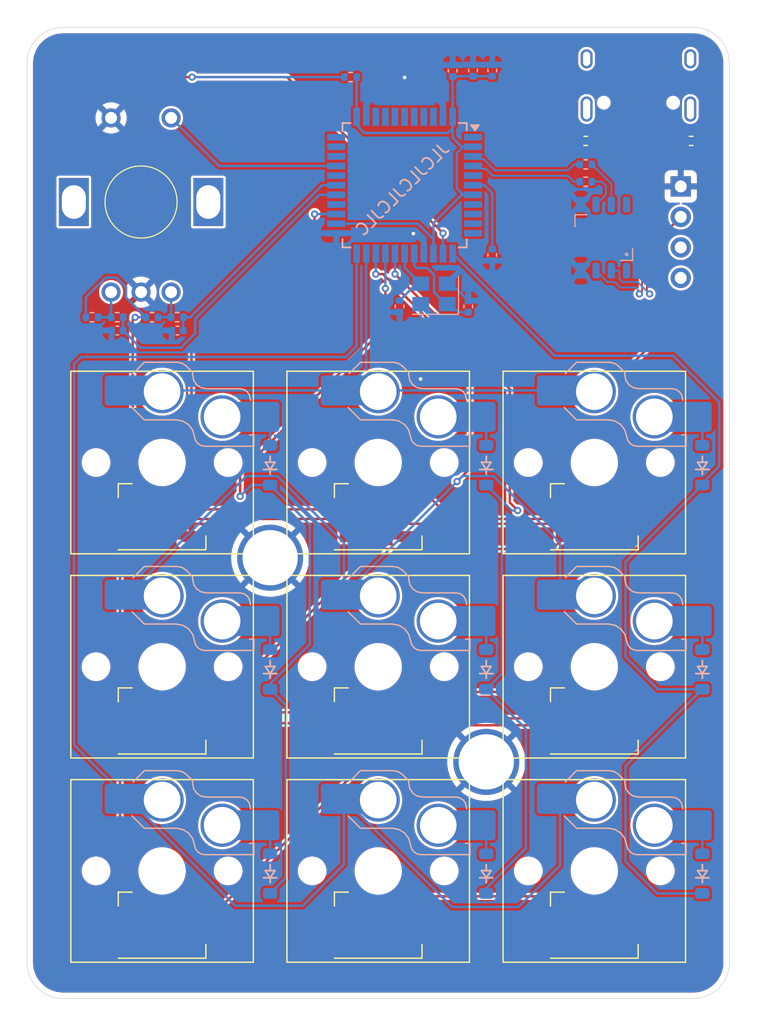
<source format=kicad_pcb>
(kicad_pcb (version 20240108) (generator "pcbnew") (generator_version "8.0")
  (layers (0 "F.Cu" signal) (31 "B.Cu" signal) (34 "B.Paste" user) (35 "F.Paste" user) (36 "B.SilkS" user "B.Silkscreen") (37 "F.SilkS" user "F.Silkscreen") (38 "B.Mask" user) (39 "F.Mask" user) (44 "Edge.Cuts" user))
  (net 0 "")
  (net 1 "VBUS")
  (net 2 "Row 0")
  (net 3 "Net-(D1-A)")
  (net 4 "Row 1")
  (net 5 "Net-(D2-A)")
  (net 6 "Row 2")
  (net 7 "Net-(D3-A)")
  (net 8 "Net-(D4-A)")
  (net 9 "Net-(D5-A)")
  (net 10 "Net-(D6-A)")
  (net 11 "Net-(D7-A)")
  (net 12 "Net-(D8-A)")
  (net 13 "Net-(D9-A)")
  (net 14 "+5V")
  (net 15 "LED Input")
  (net 16 "Net-(D10-DOUT)")
  (net 17 "Net-(D11-DOUT)")
  (net 18 "Net-(D12-DOUT)")
  (net 19 "Net-(D13-DOUT)")
  (net 20 "Net-(D14-DOUT)")
  (net 21 "Net-(D15-DOUT)")
  (net 22 "Net-(D16-DOUT)")
  (net 23 "Net-(D17-DOUT)")
  (net 25 "/USB_D-")
  (net 32 "Net-(J1-CC1)")
  (net 33 "/USB_D+")
  (net 34 "Net-(J1-CC2)")
  (net 35 "Display SDA")
  (net 36 "Display SCL")
  (net 37 "D+")
  (net 38 "D-")
  (net 39 "Net-(R6-Pad2)")
  (net 40 "Net-(R10-Pad2)")
  (net 41 "Column 0")
  (net 42 "Column 1")
  (net 43 "Column 2")
  (net 44 "RE Switch")
  (net 45 "GND")
  (net 46 "Net-(U3-UCAP)")
  (net 47 "Net-(U3-XTAL1)")
  (net 48 "Net-(U3-XTAL2)")
  (net 49 "Net-(U3-~{RESET})")
  (net 50 "/Port_Protector_D+")
  (net 51 "/Port_Protector_D-")
  (net 67 "RE A")
  (net 68 "RE B")
  (footprint "ScottoKeebs_Hotswap:Hotswap_Choc_V1_Plated_1.00u" (layer "F.Cu") (at 124.15 83.7)
    (property "Reference" "S1" (hide yes))
    (property "Value" "Keyswitch")
  )
  (footprint "ScottoKeebs_Hotswap:Hotswap_Choc_V1_Plated_1.00u" (layer "F.Cu") (at 160.15 83.7)
    (property "Reference" "S3" (hide yes))
    (property "Value" "Keyswitch")
  )
  (footprint "ScottoKeebs_Components:LED_WS2812B" (layer "F.Cu") (at 160.15 88.215625)
    (property "Reference" "D12" (hide yes))
    (property "Value" "WS2812B")
  )
  (footprint "Button_Switch_SMD:SW_Tactile_TSB008A2530A" (layer "F.Cu") (at 120.15 55.6125)
    (property "Reference" "SW1" (hide yes))
    (property "Value" "SW_Push")
  )
  (footprint "ScottoKeebs_Hotswap:Hotswap_Choc_V1_Plated_1.00u" (layer "F.Cu") (at 142.15 83.7)
    (property "Reference" "S2" (hide yes))
    (property "Value" "Keyswitch")
  )
  (footprint "Rotary_Encoder:RotaryEncoder_Bourns_PEC11R-4xxxF-Sxxxx" (layer "F.Cu") (at 122.4 72.5125)
    (property "Reference" "SW2" (hide yes))
    (property "Value" "RotaryEncoder_Switch")
  )
  (footprint "MountingHole:MountingHole_4.6mm" (layer "F.Cu") (at 151.15 113.795)
    (property "Reference" "H2" (hide yes))
    (property "Value" "MountingHole_Pad" (hide yes))
  )
  (footprint "ScottoKeebs_Components:LED_WS2812B" (layer "F.Cu") (at 124.15 122.215625)
    (property "Reference" "D16" (hide yes))
    (property "Value" "WS2812B")
  )
  (footprint "MountingHole:MountingHole_4.6mm" (layer "F.Cu") (at 133.15 96.795)
    (property "Reference" "H1" (hide yes))
    (property "Value" "MountingHole_Pad" (hide yes))
  )
  (footprint "ScottoKeebs_Hotswap:Hotswap_Choc_V1_Plated_1.00u" (layer "F.Cu") (at 142.15 117.7)
    (property "Reference" "S8" (hide yes))
    (property "Value" "Keyswitch")
  )
  (footprint "Resistor_SMD:R_0402_1005Metric" (layer "F.Cu") (at 168.22 56.925)
    (property "Reference" "R4" (hide yes))
    (property "Value" "5k1")
  )
  (footprint "ScottoKeebs_Hotswap:Hotswap_Choc_V1_Plated_1.00u" (layer "F.Cu") (at 160.15 117.7)
    (property "Reference" "S9" (hide yes))
    (property "Value" "Keyswitch")
  )
  (footprint "Resistor_SMD:R_0402_1005Metric" (layer "F.Cu") (at 159.44 56.925 180)
    (property "Reference" "R5" (hide yes))
    (property "Value" "5k1")
  )
  (footprint "ScottoKeebs_Components:USB_C_HRO_TYPE-C-31-M-12" (layer "F.Cu") (at 163.83 51.1425 180)
    (property "Reference" "J1" (hide yes))
    (property "Value" "USB_C_Receptacle_USB2.0_16P")
  )
  (footprint "ScottoKeebs_Components:LED_WS2812B" (layer "F.Cu") (at 142.15 105.215625)
    (property "Reference" "D14" (hide yes))
    (property "Value" "WS2812B")
  )
  (footprint "Display:SSD1306_LCD_Display_128x32" (layer "F.Cu") (at 150.19 73.2625)
    (property "Reference" "J2" (hide yes))
    (property "Value" "Display")
  )
  (footprint "ScottoKeebs_Hotswap:Hotswap_Choc_V1_Plated_1.00u" (layer "F.Cu") (at 142.15 100.7)
    (property "Reference" "S5" (hide yes))
    (property "Value" "Keyswitch")
  )
  (footprint "ScottoKeebs_Components:LED_WS2812B" (layer "F.Cu") (at 142.15 122.215625)
    (property "Reference" "D17" (hide yes))
    (property "Value" "WS2812B")
  )
  (footprint "ScottoKeebs_Hotswap:Hotswap_Choc_V1_Plated_1.00u" (layer "F.Cu") (at 124.15 100.7)
    (property "Reference" "S4" (hide yes))
    (property "Value" "Keyswitch")
  )
  (footprint "ScottoKeebs_Components:LED_WS2812B" (layer "F.Cu") (at 142.15 88.215625)
    (property "Reference" "D11" (hide yes))
    (property "Value" "WS2812B")
  )
  (footprint "ScottoKeebs_Components:LED_WS2812B" (layer "F.Cu") (at 160.15 105.215625)
    (property "Reference" "D15" (hide yes))
    (property "Value" "WS2812B")
  )
  (footprint "ScottoKeebs_Hotswap:Hotswap_Choc_V1_Plated_1.00u" (layer "F.Cu") (at 160.15 100.7)
    (property "Reference" "S6" (hide yes))
    (property "Value" "Keyswitch")
  )
  (footprint "ScottoKeebs_Components:LED_WS2812B" (layer "F.Cu") (at 160.15 122.215625)
    (property "Reference" "D18" (hide yes))
    (property "Value" "WS2812B")
  )
  (footprint "ScottoKeebs_Components:LED_WS2812B" (layer "F.Cu") (at 124.15 105.215625)
    (property "Reference" "D13" (hide yes))
    (property "Value" "WS2812B")
  )
  (footprint "ScottoKeebs_Components:LED_WS2812B" (layer "F.Cu") (at 124.15 88.215625)
    (property "Reference" "D10" (hide yes))
    (property "Value" "WS2812B")
  )
  (footprint "ScottoKeebs_Hotswap:Hotswap_Choc_V1_Plated_1.00u" (layer "F.Cu") (at 124.15 117.7)
    (property "Reference" "S7" (hide yes))
    (property "Value" "Keyswitch")
  )
  (footprint "Capacitor_SMD:C_0402_1005Metric" (layer "B.Cu") (at 151.65 51.0625 90)
    (property "Reference" "C1" (hide yes))
    (property "Value" "100n")
  )
  (footprint "ScottoKeebs_Components:Diode_SOD-123" (layer "B.Cu") (at 151.15 100.925 90)
    (property "Reference" "D5" (hide yes))
    (property "Value" "Diode")
  )
  (footprint "ScottoKeebs_Components:Diode_SOD-123" (layer "B.Cu") (at 133.15 83.925 90)
    (property "Reference" "D1" (hide yes))
    (property "Value" "Diode")
  )
  (footprint "Capacitor_SMD:C_0402_1005Metric" (layer "B.Cu") (at 150.05 51.0625 90)
    (property "Reference" "C2" (hide yes))
    (property "Value" "100n")
  )
  (footprint "Connector_USB:USB_Port_Protector_USB6B1" (layer "B.Cu") (at 157.1375 64.9725 90)
    (property "Reference" "U1" (hide yes))
    (property "Value" "USB6B1")
  )
  (footprint "Package_QFP:TQFP-44_10x10mm_P0.8mm" (layer "B.Cu") (at 144.35 60.6125 180)
    (property "Reference" "U3" (hide yes))
    (property "Value" "ATmega32U4-A")
  )
  (footprint "Resistor_SMD:R_0402_1005Metric" (layer "B.Cu") (at 123.31 71.6025)
    (property "Reference" "R6" (hide yes))
    (property "Value" "10k")
  )
  (footprint "Resistor_SMD:R_0402_1005Metric" (layer "B.Cu") (at 159.44 58.8825 180)
    (property "Reference" "R3" (hide yes))
    (property "Value" "22")
  )
  (footprint "Resistor_SMD:R_0402_1005Metric" (layer "B.Cu") (at 159.44 60.3225)
    (property "Reference" "R2" (hide yes))
    (property "Value" "22")
  )
  (footprint "Resistor_SMD:R_0402_1005Metric" (layer "B.Cu") (at 118.31 71.6025)
    (property "Reference" "R8" (hide yes))
    (property "Value" "10k")
  )
  (footprint "ScottoKeebs_Components:Diode_SOD-123" (layer "B.Cu") (at 169.15 100.925 90)
    (property "Reference" "D6" (hide yes))
    (property "Value" "Diode")
  )
  (footprint "Capacitor_SMD:C_0402_1005Metric" (layer "B.Cu") (at 120.43 72.7125)
    (property "Reference" "C7" (hide yes))
    (property "Value" "10n")
  )
  (footprint "ScottoKeebs_Components:Diode_SOD-123" (layer "B.Cu") (at 169.15 83.925 90)
    (property "Reference" "D3" (hide yes))
    (property "Value" "Diode")
  )
  (footprint "ScottoKeebs_Components:Diode_SOD-123" (layer "B.Cu") (at 133.15 100.925 90)
    (property "Reference" "D4" (hide yes))
    (property "Value" "Diode")
  )
  (footprint "ScottoKeebs_Components:Diode_SOD-123" (layer "B.Cu") (at 151.15 83.925 90)
    (property "Reference" "D2" (hide yes))
    (property "Value" "Diode")
  )
  (footprint "Capacitor_SMD:C_0402_1005Metric" (layer "B.Cu") (at 151.65 66.4125 -90)
    (property "Reference" "C4" (hide yes))
    (property "Value" "1u")
  )
  (footprint "ScottoKeebs_Components:Diode_SOD-123" (layer "B.Cu") (at 169.15 117.925 90)
    (property "Reference" "D9" (hide yes))
    (property "Value" "Diode")
  )
  (footprint "Capacitor_SMD:C_0402_1005Metric" (layer "B.Cu") (at 149.65 70.7025 90)
    (property "Reference" "C6" (hide yes))
    (property "Value" "12p")
  )
  (footprint "Capacitor_SMD:C_0402_1005Metric" (layer "B.Cu") (at 125.43 72.7125)
    (property "Reference" "C9" (hide yes))
    (property "Value" "10n")
  )
  (footprint "Capacitor_SMD:C_0402_1005Metric" (layer "B.Cu") (at 148.35 51.0825 90)
    (property "Reference" "C3" (hide yes))
    (property "Value" "100n")
  )
  (footprint "ScottoKeebs_Components:Diode_SOD-123" (layer "B.Cu") (at 151.15 117.925 90)
    (property "Reference" "D8" (hide yes))
    (property "Value" "Diode")
  )
  (footprint "Resistor_SMD:R_0402_1005Metric" (layer "B.Cu") (at 125.41 71.6025)
    (property "Reference" "R9" (hide yes))
    (property "Value" "10k")
  )
  (footprint "Resistor_SMD:R_0402_1005Metric" (layer "B.Cu") (at 139.85 51.6125)
    (property "Reference" "R1" (hide yes))
    (property "Value" "10k")
  )
  (footprint "Resistor_SMD:R_0402_1005Metric" (layer "B.Cu") (at 120.41 71.6025 180)
    (property "Reference" "R10" (hide yes))
    (property "Value" "10k")
  )
  (footprint "Crystal:Crystal_SMD_X322516MLB4SI" (layer "B.Cu") (at 146.79 73.7625 180)
    (property "Reference" "Y1" (hide yes))
    (property "Value" "16mghz")
  )
  (footprint "Capacitor_SMD:C_0402_1005Metric" (layer "B.Cu") (at 143.93 70.7025 -90)
    (property "Reference" "C5" (hide yes))
    (property "Value" "12p")
  )
  (footprint "ScottoKeebs_Components:Diode_SOD-123" (layer "B.Cu") (at 133.15 117.925 90)
    (property "Reference" "D7" (hide yes))
    (property "Value" "Diode")
  )
  (gr_line (start 115.9 128.325) (end 168.4 128.325) (stroke (width 0.05)) (layer "Edge.Cuts"))
  (gr_arc (start 112.9 50.47) (mid 113.77868 48.34868) (end 115.9 47.47) (stroke (width 0.05)) (layer "Edge.Cuts"))
  (gr_arc (start 171.4 125.325) (mid 170.52132 127.44632) (end 168.4 128.325) (stroke (width 0.05)) (layer "Edge.Cuts"))
  (gr_line (start 171.4 125.325) (end 171.4 50.47) (stroke (width 0.05)) (layer "Edge.Cuts"))
  (gr_line (start 168.4 47.47) (end 115.9 47.47) (stroke (width 0.05)) (layer "Edge.Cuts"))
  (gr_line (start 112.9 50.47) (end 112.9 125.325) (stroke (width 0.05)) (layer "Edge.Cuts"))
  (gr_arc (start 168.4 47.47) (mid 170.52132 48.34868) (end 171.4 50.47) (stroke (width 0.05)) (layer "Edge.Cuts"))
  (gr_arc (start 115.9 128.325) (mid 113.77868 127.44632) (end 112.9 125.325) (stroke (width 0.05)) (layer "Edge.Cuts"))
  (gr_text "JLCJLCJLCJLC" (at 148.29 57.6525 45) (layer "B.SilkS") (effects (font (size 1 1)) (justify left bottom mirror)))
  (segment (start 166.28 55.1875) (end 166.28 54.5425) (width 0.2) (layer "F.Cu") (net 1))
  (segment (start 162.65 53.3125) (end 161.38 54.5825) (width 0.2) (layer "F.Cu") (net 1))
  (segment (start 166.28 54.5425) (end 165.05 53.3125) (width 0.2) (layer "F.Cu") (net 1))
  (segment (start 161.38 54.5825) (end 161.38 55.1875) (width 0.2) (layer "F.Cu") (net 1))
  (segment (start 165.05 53.3125) (end 162.65 53.3125) (width 0.2) (layer "F.Cu") (net 1))
  (segment (start 150.05 57.4125) (end 149.225 57.4125) (width 0.2) (layer "B.Cu") (net 1))
  (segment (start 140.35 55.6125) (end 140.35 54.9125) (width 0.2) (layer "B.Cu") (net 1))
  (segment (start 146.75 65.1125) (end 145.45 63.8125) (width 0.2) (layer "B.Cu") (net 1))
  (segment (start 149.225 57.4125) (end 148.7 57.9375) (width 0.2) (layer "B.Cu") (net 1))
  (segment (start 148.35 54.9125) (end 148.35 55.8625) (width 0.2) (layer "B.Cu") (net 1))
  (segment (start 151.65 51.5425) (end 148.37 51.5425) (width 0.2) (layer "B.Cu") (net 1))
  (segment (start 148.35 56.6625) (end 148.35 54.9125) (width 0.2) (layer "B.Cu") (net 1))
  (segment (start 148.35 51.5625) (end 148.35 54.9125) (width 0.2) (layer "B.Cu") (net 1))
  (segment (start 148.35 55.8625) (end 147.95 56.2625) (width 0.2) (layer "B.Cu") (net 1))
  (segment (start 140.35 54.9125) (end 140.35 51.6225) (width 0.2) (layer "B.Cu") (net 1))
  (segment (start 141 56.2625) (end 140.35 55.6125) (width 0.2) (layer "B.Cu") (net 1))
  (segment (start 148.7 60.8625) (end 149.25 61.4125) (width 0.2) (layer "B.Cu") (net 1))
  (segment (start 145.45 63.8125) (end 138.65 63.8125) (width 0.2) (layer "B.Cu") (net 1))
  (segment (start 150.05 57.4125) (end 149.1 57.4125) (width 0.2) (layer "B.Cu") (net 1))
  (segment (start 147.95 56.2625) (end 141 56.2625) (width 0.2) (layer "B.Cu") (net 1))
  (segment (start 148.7 57.9375) (end 148.7 60.8625) (width 0.2) (layer "B.Cu") (net 1))
  (segment (start 146.75 66.3125) (end 146.75 65.1125) (width 0.2) (layer "B.Cu") (net 1))
  (segment (start 149.1 61.4125) (end 146.75 63.7625) (width 0.2) (layer "B.Cu") (net 1))
  (segment (start 149.25 61.4125) (end 150.05 61.4125) (width 0.2) (layer "B.Cu") (net 1))
  (segment (start 150.05 61.4125) (end 149.1 61.4125) (width 0.2) (layer "B.Cu") (net 1))
  (segment (start 148.37 51.5425) (end 148.35 51.5625) (width 0.2) (layer "B.Cu") (net 1))
  (segment (start 140.35 51.6225) (end 140.36 51.6125) (width 0.2) (layer "B.Cu") (net 1))
  (segment (start 146.75 63.7625) (end 146.75 66.3125) (width 0.2) (layer "B.Cu") (net 1))
  (segment (start 149.1 57.4125) (end 148.35 56.6625) (width 0.2) (layer "B.Cu") (net 1))
  (segment (start 142.75 72.438478) (end 130.65 84.538478) (width 0.2) (layer "F.Cu") (net 2))
  (segment (start 130.65 84.538478) (end 130.65 86.5125) (width 0.2) (layer "F.Cu") (net 2))
  (segment (start 142.75 69.2125) (end 142.75 72.438478) (width 0.2) (layer "F.Cu") (net 2))
  (via (at 130.65 86.5125) (size 0.6) (drill 0.3) (layers "F.Cu" "B.Cu") (net 2))
  (via (at 142.75 69.2125) (size 0.6) (drill 0.3) (layers "F.Cu" "B.Cu") (net 2))
  (segment (start 136.45 88.875) (end 136.45 98.825) (width 0.2) (layer "B.Cu") (net 2))
  (segment (start 131.5875 85.575) (end 130.65 86.5125) (width 0.2) (layer "B.Cu") (net 2))
  (segment (start 134.45 103.875) (end 134.45 118.275) (width 0.2) (layer "B.Cu") (net 2))
  (segment (start 133.15 102.125) (end 133.15 102.575) (width 0.2) (layer "B.Cu") (net 2))
  (segment (start 133.15 85.575) (end 136.45 88.875) (width 0.2) (layer "B.Cu") (net 2))
  (segment (start 142.75 69.2125) (end 142.75 66.3125) (width 0.2) (layer "B.Cu") (net 2))
  (segment (start 133.15 102.575) (end 134.45 103.875) (width 0.2) (layer "B.Cu") (net 2))
  (segment (start 136.45 98.825) (end 133.15 102.125) (width 0.2) (layer "B.Cu") (net 2))
  (segment (start 134.45 118.275) (end 133.15 119.575) (width 0.2) (layer "B.Cu") (net 2))
  (segment (start 133.15 85.575) (end 131.5875 85.575) (width 0.2) (layer "B.Cu") (net 2))
  (segment (start 132 79.9) (end 133.15 81.05) (width 0.2) (layer "B.Cu") (net 3))
  (segment (start 133.15 81.05) (end 133.15 82.275) (width 0.2) (layer "B.Cu") (net 3))
  (segment (start 153.11 87.034834) (end 153.768833 87.693667) (width 0.2) (layer "F.Cu") (net 4))
  (segment (start 153.11 77.5725) (end 153.11 87.034834) (width 0.2) (layer "F.Cu") (net 4))
  (segment (start 143.55 68.0125) (end 153.11 77.5725) (width 0.2) (layer "F.Cu") (net 4))
  (via (at 153.768833 87.693667) (size 0.6) (drill 0.3) (layers "F.Cu" "B.Cu") (net 4))
  (via (at 143.55 68.0125) (size 0.6) (drill 0.3) (layers "F.Cu" "B.Cu") (net 4))
  (segment (start 153.768833 87.693667) (end 153.268667 87.693667) (width 0.2) (layer "B.Cu") (net 4))
  (segment (start 154.45 115.825) (end 151.15 119.125) (width 0.2) (layer "B.Cu") (net 4))
  (segment (start 151.15 119.125) (end 151.15 119.575) (width 0.2) (layer "B.Cu") (net 4))
  (segment (start 153.268667 87.693667) (end 151.15 85.575) (width 0.2) (layer "B.Cu") (net 4))
  (segment (start 151.15 85.575) (end 152.45 86.875) (width 0.2) (layer "B.Cu") (net 4))
  (segment (start 151.15 102.575) (end 154.45 105.875) (width 0.2) (layer "B.Cu") (net 4))
  (segment (start 152.45 86.875) (end 152.45 101.275) (width 0.2) (layer "B.Cu") (net 4))
  (segment (start 154.45 105.875) (end 154.45 115.825) (width 0.2) (layer "B.Cu") (net 4))
  (segment (start 152.45 101.275) (end 151.15 102.575) (width 0.2) (layer "B.Cu") (net 4))
  (segment (start 143.55 68.0125) (end 143.55 66.3125) (width 0.2) (layer "B.Cu") (net 4))
  (segment (start 150 79.9) (end 151.15 81.05) (width 0.2) (layer "B.Cu") (net 5))
  (segment (start 151.15 81.05) (end 151.15 82.275) (width 0.2) (layer "B.Cu") (net 5))
  (segment (start 169.15 102.575) (end 162.75 108.975) (width 0.2) (layer "B.Cu") (net 6))
  (segment (start 162.75 108.975) (end 162.75 116.919239) (width 0.2) (layer "B.Cu") (net 6))
  (segment (start 162.75 91.975) (end 162.75 99.869239) (width 0.2) (layer "B.Cu") (net 6))
  (segment (start 169.15 85.575) (end 162.75 91.975) (width 0.2) (layer "B.Cu") (net 6))
  (segment (start 165.405761 119.575) (end 169.15 119.575) (width 0.2) (layer "B.Cu") (net 6))
  (segment (start 170.55 78.651378) (end 166.711122 74.8125) (width 0.2) (layer "B.Cu") (net 6))
  (segment (start 156.85 74.8125) (end 148.35 66.3125) (width 0.2) (layer "B.Cu") (net 6))
  (segment (start 166.711122 74.8125) (end 156.85 74.8125) (width 0.2) (layer "B.Cu") (net 6))
  (segment (start 170.55 84.0125) (end 170.55 78.651378) (width 0.2) (layer "B.Cu") (net 6))
  (segment (start 162.75 99.869239) (end 165.455761 102.575) (width 0.2) (layer "B.Cu") (net 6))
  (segment (start 165.455761 102.575) (end 169.15 102.575) (width 0.2) (layer "B.Cu") (net 6))
  (segment (start 169.15 85.575) (end 169.15 85.4125) (width 0.2) (layer "B.Cu") (net 6))
  (segment (start 169.15 85.4125) (end 170.55 84.0125) (width 0.2) (layer "B.Cu") (net 6))
  (segment (start 162.75 116.919239) (end 165.405761 119.575) (width 0.2) (layer "B.Cu") (net 6))
  (segment (start 168 79.9) (end 169.15 81.05) (width 0.2) (layer "B.Cu") (net 7))
  (segment (start 169.15 81.05) (end 169.15 82.275) (width 0.2) (layer "B.Cu") (net 7))
  (segment (start 133.15 98.05) (end 133.15 99.275) (width 0.2) (layer "B.Cu") (net 8))
  (segment (start 132 96.9) (end 133.15 98.05) (width 0.2) (layer "B.Cu") (net 8))
  (segment (start 150 96.9) (end 151.15 98.05) (width 0.2) (layer "B.Cu") (net 9))
  (segment (start 151.15 98.05) (end 151.15 99.275) (width 0.2) (layer "B.Cu") (net 9))
  (segment (start 168 96.9) (end 169.15 98.05) (width 0.2) (layer "B.Cu") (net 10))
  (segment (start 169.15 98.05) (end 169.15 99.275) (width 0.2) (layer "B.Cu") (net 10))
  (segment (start 133.15 115.05) (end 133.15 116.275) (width 0.2) (layer "B.Cu") (net 11))
  (segment (start 132 113.9) (end 133.15 115.05) (width 0.2) (layer "B.Cu") (net 11))
  (segment (start 151.15 115.05) (end 151.15 116.275) (width 0.2) (layer "B.Cu") (net 12))
  (segment (start 150 113.9) (end 151.15 115.05) (width 0.2) (layer "B.Cu") (net 12))
  (segment (start 168 113.9) (end 169.15 115.05) (width 0.2) (layer "B.Cu") (net 13))
  (segment (start 169.15 115.05) (end 169.15 116.275) (width 0.2) (layer "B.Cu") (net 13))
  (segment (start 141.134375 88) (end 143.31875 85.815625) (width 0.2) (layer "F.Cu") (net 14))
  (segment (start 140.465625 102.8) (end 156.934375 102.8) (width 0.2) (layer "F.Cu") (net 14))
  (segment (start 139.7 103.565625) (end 138.765625 104.5) (width 0.2) (layer "F.Cu") (net 14))
  (segment (start 122.634375 104.5) (end 121.7 103.565625) (width 0.2) (layer "F.Cu") (net 14))
  (segment (start 166.02 72.7675) (end 162.6275 76.16) (width 0.2) (layer "F.Cu") (net 14))
  (segment (start 120.65 104.615625) (end 120.65 119.515625) (width 0.2) (layer "F.Cu") (net 14))
  (segment (start 121.7 103.565625) (end 120.65 104.615625) (width 0.2) (layer "F.Cu") (net 14))
  (segment (start 139.7 86.565625) (end 138.665625 87.6) (width 0.2) (layer "F.Cu") (net 14))
  (segment (start 167.35 63.2525) (end 166.02 64.5825) (width 0.2) (layer "F.Cu") (net 14))
  (segment (start 121.7 71.8225) (end 121.91 71.6125) (width 0.2) (layer "F.Cu") (net 14))
  (segment (start 143.31875 85.815625) (end 145.65 85.815625) (width 0.2) (layer "F.Cu") (net 14))
  (segment (start 122.734375 121.6) (end 121.7 120.565625) (width 0.2) (layer "F.Cu") (net 14))
  (segment (start 145.65 85.815625) (end 148.234375 88.4) (width 0.2) (layer "F.Cu") (net 14))
  (segment (start 139.7 86.565625) (end 141.134375 88) (width 0.2) (layer "F.Cu") (net 14))
  (segment (start 156.95 119.815625) (end 157.7 120.565625) (width 0.2) (layer "F.Cu") (net 14))
  (segment (start 148.234375 88.4) (end 155.865625 88.4) (width 0.2) (layer "F.Cu") (net 14))
  (segment (start 138.665625 87.6) (end 122.734375 87.6) (width 0.2) (layer "F.Cu") (net 14))
  (segment (start 120.65 119.515625) (end 121.7 120.565625) (width 0.2) (layer "F.Cu") (net 14))
  (segment (start 138.665625 121.6) (end 122.734375 121.6) (width 0.2) (layer "F.Cu") (net 14))
  (segment (start 139.7 120.565625) (end 140.45 119.815625) (width 0.2) (layer "F.Cu") (net 14))
  (segment (start 166.02 64.5825) (end 166.02 72.7675) (width 0.2) (layer "F.Cu") (net 14))
  (segment (start 162.6275 76.16) (end 162.6275 84.56) (width 0.2) (layer "F.Cu") (net 14))
  (segment (start 121.7 86.565625) (end 120.65 87.615625) (width 0.2) (layer "F.Cu") (net 14))
  (segment (start 120.65 102.515625) (end 121.7 103.565625) (width 0.2) (layer "F.Cu") (net 14))
  (segment (start 138.765625 104.5) (end 122.634375 104.5) (width 0.2) (layer "F.Cu") (net 14))
  (segment (start 120.65 87.615625) (end 120.65 102.515625) (width 0.2) (layer "F.Cu") (net 14))
  (segment (start 156.934375 102.8) (end 157.7 103.565625) (width 0.2) (layer "F.Cu") (net 14))
  (segment (start 140.45 119.815625) (end 156.95 119.815625) (width 0.2) (layer "F.Cu") (net 14))
  (segment (start 139.7 120.565625) (end 138.665625 121.6) (width 0.2) (layer "F.Cu") (net 14))
  (segment (start 122.734375 87.6) (end 121.7 86.565625) (width 0.2) (layer "F.Cu") (net 14))
  (segment (start 160.621875 86.565625) (end 157.7 86.565625) (width 0.2) (layer "F.Cu") (net 14))
  (segment (start 139.7 103.565625) (end 140.465625 102.8) (width 0.2) (layer "F.Cu") (net 14))
  (segment (start 162.6275 84.56) (end 160.621875 86.565625) (width 0.2) (layer "F.Cu") (net 14))
  (segment (start 155.865625 88.4) (end 157.7 86.565625) (width 0.2) (layer "F.Cu") (net 14))
  (segment (start 121.7 86.565625) (end 121.7 71.8225) (width 0.2) (layer "F.Cu") (net 14))
  (via (at 121.91 71.6125) (size 0.6) (drill 0.3) (layers "F.Cu" "B.Cu") (net 14))
  (segment (start 117.79 71.6125) (end 117.8 71.6025) (width 0.2) (layer "B.Cu") (net 14))
  (segment (start 122.8 71.6025) (end 121.92 71.6025) (width 0.2) (layer "B.Cu") (net 14))
  (segment (start 122.8 71.6025) (end 121.15 69.9525) (width 0.2) (layer "B.Cu") (net 14))
  (segment (start 121.92 71.6025) (end 121.91 71.6125) (width 0.2) (layer "B.Cu") (net 14))
  (segment (start 121.15 69.9525) (end 121.15 69.1) (width 0.2) (layer "B.Cu") (net 14))
  (segment (start 117.8 69.95) (end 117.8 71.6025) (width 0.2) (layer "B.Cu") (net 14))
  (segment (start 119.45 68.3) (end 117.8 69.95) (width 0.2) (layer "B.Cu") (net 14))
  (segment (start 120.35 68.3) (end 119.45 68.3) (width 0.2) (layer "B.Cu") (net 14))
  (segment (start 121.15 69.1) (end 120.35 68.3) (width 0.2) (layer "B.Cu") (net 14))
  (segment (start 136.85 63.0125) (end 136.85 64.2125) (width 0.2) (layer "F.Cu") (net 15))
  (segment (start 126.6 74.4625) (end 126.6 86.565625) (width 0.2) (layer "F.Cu") (net 15))
  (segment (start 136.85 64.2125) (end 126.6 74.4625) (width 0.2) (layer "F.Cu") (net 15))
  (via (at 136.85 63.0125) (size 0.6) (drill 0.3) (layers "F.Cu" "B.Cu") (net 15))
  (segment (start 136.85 63.0125) (end 138.65 63.0125) (width 0.2) (layer "B.Cu") (net 15))
  (segment (start 144.6 86.565625) (end 142.765625 88.4) (width 0.2) (layer "F.Cu") (net 16))
  (segment (start 142.765625 88.4) (end 123.165625 88.4) (width 0.2) (layer "F.Cu") (net 16))
  (segment (start 123.165625 88.4) (end 121.7 89.865625) (width 0.2) (layer "F.Cu") (net 16))
  (segment (start 140.765625 88.8) (end 139.7 89.865625) (width 0.2) (layer "F.Cu") (net 17))
  (segment (start 160.365625 88.8) (end 140.765625 88.8) (width 0.2) (layer "F.Cu") (net 17))
  (segment (start 162.6 86.565625) (end 160.365625 88.8) (width 0.2) (layer "F.Cu") (net 17))
  (segment (start 129.134375 103.565625) (end 126.6 103.565625) (width 0.2) (layer "F.Cu") (net 18))
  (segment (start 141.8 90.9) (end 129.134375 103.565625) (width 0.2) (layer "F.Cu") (net 18))
  (segment (start 156.665625 90.9) (end 141.8 90.9) (width 0.2) (layer "F.Cu") (net 18))
  (segment (start 157.7 89.865625) (end 156.665625 90.9) (width 0.2) (layer "F.Cu") (net 18))
  (segment (start 142.765625 105.4) (end 123.165625 105.4) (width 0.2) (layer "F.Cu") (net 19))
  (segment (start 144.6 103.565625) (end 142.765625 105.4) (width 0.2) (layer "F.Cu") (net 19))
  (segment (start 123.165625 105.4) (end 121.7 106.865625) (width 0.2) (layer "F.Cu") (net 19))
  (segment (start 143.731311 105) (end 141.865686 106.865625) (width 0.2) (layer "F.Cu") (net 20))
  (segment (start 161.165625 105) (end 143.731311 105) (width 0.2) (layer "F.Cu") (net 20))
  (segment (start 141.865686 106.865625) (end 139.7 106.865625) (width 0.2) (layer "F.Cu") (net 20))
  (segment (start 162.6 103.565625) (end 161.165625 105) (width 0.2) (layer "F.Cu") (net 20))
  (segment (start 144.175 105.575) (end 129.184375 120.565625) (width 0.2) (layer "F.Cu") (net 21))
  (segment (start 156.409375 105.575) (end 144.175 105.575) (width 0.2) (layer "F.Cu") (net 21))
  (segment (start 157.7 106.865625) (end 156.409375 105.575) (width 0.2) (layer "F.Cu") (net 21))
  (segment (start 129.184375 120.565625) (end 126.6 120.565625) (width 0.2) (layer "F.Cu") (net 21))
  (segment (start 121.7 123.865625) (end 123.065625 122.5) (width 0.2) (layer "F.Cu") (net 22))
  (segment (start 142.665625 122.5) (end 144.6 120.565625) (width 0.2) (layer "F.Cu") (net 22))
  (segment (start 123.065625 122.5) (end 142.665625 122.5) (width 0.2) (layer "F.Cu") (net 22))
  (segment (start 162.6 120.565625) (end 160.265625 122.9) (width 0.2) (layer "F.Cu") (net 23))
  (segment (start 140.665625 122.9) (end 139.7 123.865625) (width 0.2) (layer "F.Cu") (net 23))
  (segment (start 160.265625 122.9) (end 140.665625 122.9) (width 0.2) (layer "F.Cu") (net 23))
  (segment (start 164.53 69.4375) (end 164.755 69.6625) (width 0.15) (layer "F.Cu") (net 25))
  (segment (start 164.58 55.1875) (end 164.58 56.275001) (width 0.15) (layer "F.Cu") (net 25))
  (segment (start 163.58 54.2125) (end 163.63 54.1625) (width 0.15) (layer "F.Cu") (net 25))
  (segment (start 163.63 54.1625) (end 164.53 54.1625) (width 0.15) (layer "F.Cu") (net 25))
  (segment (start 164.53 56.325001) (end 164.53 69.4375) (width 0.15) (layer "F.Cu") (net 25))
  (segment (start 164.53 54.1625) (end 164.58 54.2125) (width 0.15) (layer "F.Cu") (net 25))
  (segment (start 164.58 54.2125) (end 164.58 55.1875) (width 0.15) (layer "F.Cu") (net 25))
  (segment (start 163.58 55.1875) (end 163.58 54.2125) (width 0.15) (layer "F.Cu") (net 25))
  (segment (start 164.58 56.275001) (end 164.53 56.325001) (width 0.15) (layer "F.Cu") (net 25))
  (via (at 164.755 69.6625) (size 0.6) (drill 0.3) (layers "F.Cu" "B.Cu") (net 25))
  (segment (start 162.2375 67.7225) (end 161.5675 67.7225) (width 0.15) (layer "B.Cu") (net 25))
  (segment (start 162.2375 68.413052) (end 162.2375 67.7225) (width 0.15) (layer "B.Cu") (net 25))
  (segment (start 162.496948 68.6725) (end 162.2375 68.413052) (width 0.15) (layer "B.Cu") (net 25))
  (segment (start 163.765 68.6725) (end 162.496948 68.6725) (width 0.15) (layer "B.Cu") (net 25))
  (segment (start 164.755 69.6625) (end 163.765 68.6725) (width 0.15) (layer "B.Cu") (net 25))
  (segment (start 165.8425 56.925) (end 165.08 56.1625) (width 0.2) (layer "F.Cu") (net 32))
  (segment (start 165.08 56.1625) (end 165.08 55.1875) (width 0.2) (layer "F.Cu") (net 32))
  (segment (start 167.71 56.925) (end 165.8425 56.925) (width 0.2) (layer "F.Cu") (net 32))
  (segment (start 164.03 56.2125) (end 164.08 56.1625) (width 0.15) (layer "F.Cu") (net 33))
  (segment (start 164.13 69.4375) (end 163.905 69.6625) (width 0.15) (layer "F.Cu") (net 33))
  (segment (start 163.08 55.1875) (end 163.08 56.1625) (width 0.15) (layer "F.Cu") (net 33))
  (segment (start 163.08 56.1625) (end 163.13 56.2125) (width 0.15) (layer "F.Cu") (net 33))
  (segment (start 164.13 56.325001) (end 164.13 69.4375) (width 0.15) (layer "F.Cu") (net 33))
  (segment (start 164.08 56.1625) (end 164.08 55.1875) (width 0.15) (layer "F.Cu") (net 33))
  (segment (start 163.13 56.2125) (end 164.03 56.2125) (width 0.15) (layer "F.Cu") (net 33))
  (segment (start 164.08 56.275001) (end 164.13 56.325001) (width 0.15) (layer "F.Cu") (net 33))
  (segment (start 164.08 55.1875) (end 164.08 56.275001) (width 0.15) (layer "F.Cu") (net 33))
  (via (at 163.905 69.6625) (size 0.6) (drill 0.3) (layers "F.Cu" "B.Cu") (net 33))
  (segment (start 163.578583 69.12248) (end 162.31056 69.12248) (width 0.15) (layer "B.Cu") (net 33))
  (segment (start 161.86058 68.6725) (end 161.226948 68.6725) (width 0.15) (layer "B.Cu") (net 33))
  (segment (start 160.7475 68.1725) (end 160.2975 67.7225) (width 0.15) (layer "B.Cu") (net 33))
  (segment (start 160.7475 68.193052) (end 160.7475 68.1725) (width 0.15) (layer "B.Cu") (net 33))
  (segment (start 161.226948 68.6725) (end 160.7475 68.193052) (width 0.15) (layer "B.Cu") (net 33))
  (segment (start 162.31056 69.12248) (end 161.86058 68.6725) (width 0.15) (layer "B.Cu") (net 33))
  (segment (start 163.905 69.448897) (end 163.578583 69.12248) (width 0.15) (layer "B.Cu") (net 33))
  (segment (start 163.905 69.6625) (end 163.905 69.448897) (width 0.15) (layer "B.Cu") (net 33))
  (segment (start 159.95 56.925) (end 161.2675 56.925) (width 0.2) (layer "F.Cu") (net 34))
  (segment (start 162.08 56.1125) (end 162.08 55.1875) (width 0.2) (layer "F.Cu") (net 34))
  (segment (start 161.2675 56.925) (end 162.08 56.1125) (width 0.2) (layer "F.Cu") (net 34))
  (segment (start 160.2975 62.2225) (end 160.9675 61.5525) (width 0.15) (layer "B.Cu") (net 37))
  (segment (start 161.117499 60.686396) (end 160.753603 60.3225) (width 0.15) (layer "B.Cu") (net 37))
  (segment (start 160.753603 60.3225) (end 159.95 60.3225) (width 0.15) (layer "B.Cu") (net 37))
  (segment (start 160.9675 61.531948) (end 161.117499 61.381949) (width 0.15) (layer "B.Cu") (net 37))
  (segment (start 161.117499 61.381949) (end 161.117499 60.686396) (width 0.15) (layer "B.Cu") (net 37))
  (segment (start 160.9675 61.5525) (end 160.9675 61.531948) (width 0.15) (layer "B.Cu") (net 37))
  (segment (start 161.5675 62.2225) (end 161.5675 60.5) (width 0.15) (layer "B.Cu") (net 38))
  (segment (start 161.5675 60.5) (end 159.95 58.8825) (width 0.15) (layer "B.Cu") (net 38))
  (segment (start 124.9 71.6025) (end 124.9 69.5125) (width 0.2) (layer "B.Cu") (net 39))
  (segment (start 124.9 71.6025) (end 123.82 71.6025) (width 0.2) (layer "B.Cu") (net 39))
  (segment (start 119.9 71.6025) (end 119.9 69.5125) (width 0.2) (layer "B.Cu") (net 40))
  (segment (start 119.9 71.6025) (end 118.82 71.6025) (width 0.2) (layer "B.Cu") (net 40))
  (segment (start 139.3 77.7) (end 157.3 77.7) (width 0.2) (layer "B.Cu") (net 41))
  (segment (start 141.15 75.85) (end 139.3 77.7) (width 0.2) (layer "B.Cu") (net 41))
  (segment (start 121.3 77.7) (end 139.3 77.7) (width 0.2) (layer "B.Cu") (net 41))
  (segment (start 141.15 66.3125) (end 141.15 75.85) (width 0.2) (layer "B.Cu") (net 41))
  (segment (start 142.55 68.0125) (end 149.81 75.2725) (width 0.2) (layer "F.Cu") (net 42))
  (segment (start 149.81 75.2725) (end 149.81 84.19) (width 0.2) (layer "F.Cu") (net 42))
  (segment (start 141.95 68.0125) (end 142.55 68.0125) (width 0.2) (layer "F.Cu") (net 42))
  (segment (start 149.81 84.19) (end 148.71875 85.28125) (width 0.2) (layer "F.Cu") (net 42))
  (via (at 148.71875 85.28125) (size 0.6) (drill 0.3) (layers "F.Cu" "B.Cu") (net 42))
  (via (at 141.95 68.0125) (size 0.6) (drill 0.3) (layers "F.Cu" "B.Cu") (net 42))
  (segment (start 139.3 90.376304) (end 139.3 94.7) (width 0.2) (layer "B.Cu") (net 42))
  (segment (start 139.3 94.7) (end 149.175 84.825) (width 0.2) (layer "B.Cu") (net 42))
  (segment (start 157.3 90.376304) (end 157.3 94.7) (width 0.2) (layer "B.Cu") (net 42))
  (segment (start 121.3 94.7) (end 131.175 84.825) (width 0.2) (layer "B.Cu") (net 42))
  (segment (start 133.748696 84.825) (end 139.3 90.376304) (width 0.2) (layer "B.Cu") (net 42))
  (segment (start 131.175 84.825) (end 133.748696 84.825) (width 0.2) (layer "B.Cu") (net 42))
  (segment (start 149.175 84.825) (end 151.748696 84.825) (width 0.2) (layer "B.Cu") (net 42))
  (segment (start 151.748696 84.825) (end 157.3 90.376304) (width 0.2) (layer "B.Cu") (net 42))
  (segment (start 148.71875 85.28125) (end 149.175 84.825) (width 0.2) (layer "B.Cu") (net 42))
  (segment (start 141.95 68.0125) (end 141.95 66.3125) (width 0.2) (layer "B.Cu") (net 42))
  (segment (start 140.35 66.3125) (end 140.35 74.0125) (width 0.2) (layer "B.Cu") (net 43))
  (segment (start 121.35 111.7) (end 130.25 120.6) (width 0.2) (layer "B.Cu") (net 43))
  (segment (start 117.41 74.9125) (end 116.81 75.5125) (width 0.2) (layer "B.Cu") (net 43))
  (segment (start 139.3 117.15) (end 139.3 111.7) (width 0.2) (layer "B.Cu") (net 43))
  (segment (start 130.25 120.6) (end 135.85 120.6) (width 0.2) (layer "B.Cu") (net 43))
  (segment (start 139.3 111.7) (end 148.3 120.7) (width 0.2) (layer "B.Cu") (net 43))
  (segment (start 140.35 74.0125) (end 139.45 74.9125) (width 0.2) (layer "B.Cu") (net 43))
  (segment (start 116.81 75.5125) (end 116.81 107.21) (width 0.2) (layer "B.Cu") (net 43))
  (segment (start 135.85 120.6) (end 139.3 117.15) (width 0.2) (layer "B.Cu") (net 43))
  (segment (start 116.81 107.21) (end 121.3 111.7) (width 0.2) (layer "B.Cu") (net 43))
  (segment (start 139.45 74.9125) (end 117.41 74.9125) (width 0.2) (layer "B.Cu") (net 43))
  (segment (start 157.3 117.25) (end 157.3 111.7) (width 0.2) (layer "B.Cu") (net 43))
  (segment (start 148.3 120.7) (end 153.85 120.7) (width 0.2) (layer "B.Cu") (net 43))
  (segment (start 121.3 111.7) (end 121.35 111.7) (width 0.2) (layer "B.Cu") (net 43))
  (segment (start 153.85 120.7) (end 157.3 117.25) (width 0.2) (layer "B.Cu") (net 43))
  (segment (start 124.9 55.0125) (end 128.9 59.0125) (width 0.2) (layer "B.Cu") (net 44))
  (segment (start 128.9 59.0125) (end 138.65 59.0125) (width 0.2) (layer "B.Cu") (net 44))
  (via (at 145.68 76.7425) (size 0.6) (drill 0.3) (layers "F.Cu" "B.Cu") (net 45))
  (via (at 144.35 51.6425) (size 0.6) (drill 0.3) (layers "F.Cu" "B.Cu") (net 45))
  (via (at 145.08 64.6425) (size 0.6) (drill 0.3) (layers "F.Cu" "B.Cu") (net 45))
  (segment (start 147.89 68.8125) (end 148.24 68.8125) (width 0.2) (layer "B.Cu") (net 45))
  (segment (start 145.95 65.5125) (end 145.08 64.6425) (width 0.2) (layer "B.Cu") (net 45))
  (segment (start 147.55 54.0875) (end 147.55 54.9125) (width 0.2) (layer "B.Cu") (net 45))
  (segment (start 145.105 51.6425) (end 147.55 54.0875) (width 0.2) (layer "B.Cu") (net 45))
  (segment (start 145.69 76.7325) (end 145.68 76.7425) (width 0.2) (layer "B.Cu") (net 45))
  (segment (start 144.18 51.6425) (end 145.105 51.6425) (width 0.2) (layer "B.Cu") (net 45))
  (segment (start 148.24 68.8125) (end 149.65 70.2225) (width 0.2) (layer "B.Cu") (net 45))
  (segment (start 145.69 70.5125) (end 145.69 76.7325) (width 0.2) (layer "B.Cu") (net 45))
  (segment (start 143.595 51.6425) (end 141.15 54.0875) (width 0.2) (layer "B.Cu") (net 45))
  (segment (start 145.95 66.3125) (end 145.95 65.5125) (width 0.2) (layer "B.Cu") (net 45))
  (segment (start 144.18 51.6425) (end 143.595 51.6425) (width 0.2) (layer "B.Cu") (net 45))
  (segment (start 141.15 54.0875) (end 141.15 54.9125) (width 0.2) (layer "B.Cu") (net 45))
  (segment (start 151 60.6125) (end 151.65 61.2625) (width 0.2) (layer "B.Cu") (net 46))
  (segment (start 151.65 61.2625) (end 151.65 65.9325) (width 0.2) (layer "B.Cu") (net 46))
  (segment (start 150.05 60.6125) (end 151 60.6125) (width 0.2) (layer "B.Cu") (net 46))
  (segment (start 143.93 70.2225) (end 145.34 68.8125) (width 0.2) (layer "B.Cu") (net 47))
  (segment (start 145.34 68.8125) (end 145.69 68.8125) (width 0.2) (layer "B.Cu") (net 47))
  (segment (start 145.69 68.8125) (end 144.35 67.4725) (width 0.2) (layer "B.Cu") (net 47))
  (segment (start 144.35 67.4725) (end 144.35 66.3125) (width 0.2) (layer "B.Cu") (net 47))
  (segment (start 146.25 67.5125) (end 146.8 68.0625) (width 0.2) (layer "B.Cu") (net 48))
  (segment (start 149.65 71.1825) (end 148.84 71.1825) (width 0.2) (layer "B.Cu") (net 48))
  (segment (start 148.84 71.1825) (end 148.17 70.5125) (width 0.2) (layer "B.Cu") (net 48))
  (segment (start 146.8 68.0625) (end 146.8 69.5225) (width 0.2) (layer "B.Cu") (net 48))
  (segment (start 145.15 66.3125) (end 145.15 67.3125) (width 0.2) (layer "B.Cu") (net 48))
  (segment (start 145.35 67.5125) (end 146.25 67.5125) (width 0.2) (layer "B.Cu") (net 48))
  (segment (start 146.8 69.5225) (end 147.79 70.5125) (width 0.2) (layer "B.Cu") (net 48))
  (segment (start 145.15 67.3125) (end 145.35 67.5125) (width 0.2) (layer "B.Cu") (net 48))
  (segment (start 148.17 70.5125) (end 147.89 70.5125) (width 0.2) (layer "B.Cu") (net 48))
  (segment (start 147.79 70.5125) (end 147.89 70.5125) (width 0.2) (layer "B.Cu") (net 48))
  (segment (start 134.55 51.6125) (end 147.55 64.6125) (width 0.2) (layer "F.Cu") (net 49))
  (segment (start 126.65 51.6125) (end 124.025 51.6125) (width 0.2) (layer "F.Cu") (net 49))
  (segment (start 126.65 51.6125) (end 134.55 51.6125) (width 0.2) (layer "F.Cu") (net 49))
  (via (at 126.65 51.6125) (size 0.6) (drill 0.3) (layers "F.Cu" "B.Cu") (net 49))
  (via (at 147.55 64.6125) (size 0.6) (drill 0.3) (layers "F.Cu" "B.Cu") (net 49))
  (segment (start 147.55 66.3125) (end 147.55 64.6125) (width 0.2) (layer "B.Cu") (net 49))
  (segment (start 139.34 51.6125) (end 126.65 51.6125) (width 0.2) (layer "B.Cu") (net 49))
  (segment (start 150.438603 59.2375) (end 150.213603 59.0125) (width 0.15) (layer "B.Cu") (net 50))
  (segment (start 157.954999 59.8275) (end 151.69 59.8275) (width 0.15) (layer "B.Cu") (net 50))
  (segment (start 151.69 59.8275) (end 151.1 59.2375) (width 0.15) (layer "B.Cu") (net 50))
  (segment (start 151.1 59.2375) (end 150.438603 59.2375) (width 0.15) (layer "B.Cu") (net 50))
  (segment (start 158.449999 60.3225) (end 157.954999 59.8275) (width 0.15) (layer "B.Cu") (net 50))
  (segment (start 150.213603 59.0125) (end 150.05 59.0125) (width 0.15) (layer "B.Cu") (net 50))
  (segment (start 158.93 60.3225) (end 158.449999 60.3225) (width 0.15) (layer "B.Cu") (net 50))
  (segment (start 150.275 58.4375) (end 150.05 58.2125) (width 0.15) (layer "B.Cu") (net 51))
  (segment (start 151.876368 59.3775) (end 150.936368 58.4375) (width 0.15) (layer "B.Cu") (net 51))
  (segment (start 157.954999 59.3775) (end 151.876368 59.3775) (width 0.15) (layer "B.Cu") (net 51))
  (segment (start 158.449999 58.8825) (end 157.954999 59.3775) (width 0.15) (layer "B.Cu") (net 51))
  (segment (start 158.93 58.8825) (end 158.449999 58.8825) (width 0.15) (layer "B.Cu") (net 51))
  (segment (start 150.936368 58.4375) (end 150.275 58.4375) (width 0.15) (layer "B.Cu") (net 51))
  (segment (start 125.72 74.1425) (end 126.894314 72.968186) (width 0.2) (layer "B.Cu") (net 67))
  (segment (start 122.34 74.1425) (end 125.72 74.1425) (width 0.2) (layer "B.Cu") (net 67))
  (segment (start 120.91 72.7125) (end 120.91 71.6125) (width 0.2) (layer "B.Cu") (net 67))
  (segment (start 126.894314 71.768186) (end 137.25 61.4125) (width 0.2) (layer "B.Cu") (net 67))
  (segment (start 137.25 61.4125) (end 138.65 61.4125) (width 0.2) (layer "B.Cu") (net 67))
  (segment (start 120.91 71.6125) (end 120.92 71.6025) (width 0.2) (layer "B.Cu") (net 67))
  (segment (start 120.91 72.7125) (end 122.34 74.1425) (width 0.2) (layer "B.Cu") (net 67))
  (segment (start 126.894314 72.968186) (end 126.894314 71.768186) (width 0.2) (layer "B.Cu") (net 67))
  (segment (start 125.91 72.7125) (end 125.91 71.6125) (width 0.2) (layer "B.Cu") (net 68))
  (segment (start 137.484314 60.6125) (end 126.494314 71.6025) (width 0.2) (layer "B.Cu") (net 68))
  (segment (start 125.91 71.6125) (end 125.92 71.6025) (width 0.2) (layer "B.Cu") (net 68))
  (segment (start 126.494314 71.6025) (end 125.92 71.6025) (width 0.2) (layer "B.Cu") (net 68))
  (segment (start 138.65 60.6125) (end 137.484314 60.6125) (width 0.2) (layer "B.Cu") (net 68))
  (zone (net 45) (net_name "GND") (layers "F&B.Cu") (connect_pads (clearance 0.2)) (min_thickness 0.15) (fill yes (thermal_gap 0.5) (thermal_bridge_width 0.5))
    (polygon (pts (xy 110.65 45.45) (xy 110.65 130.45) (xy 173.65 130.45) (xy 173.65 45.45)))
  )
)
</source>
